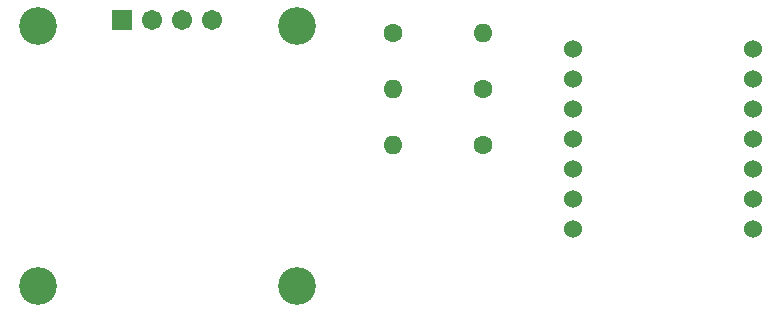
<source format=gbr>
%TF.GenerationSoftware,KiCad,Pcbnew,8.0.7*%
%TF.CreationDate,2025-07-29T16:18:33-04:00*%
%TF.ProjectId,hermes,6865726d-6573-42e6-9b69-6361645f7063,rev?*%
%TF.SameCoordinates,Original*%
%TF.FileFunction,Soldermask,Bot*%
%TF.FilePolarity,Negative*%
%FSLAX46Y46*%
G04 Gerber Fmt 4.6, Leading zero omitted, Abs format (unit mm)*
G04 Created by KiCad (PCBNEW 8.0.7) date 2025-07-29 16:18:33*
%MOMM*%
%LPD*%
G01*
G04 APERTURE LIST*
G04 Aperture macros list*
%AMRoundRect*
0 Rectangle with rounded corners*
0 $1 Rounding radius*
0 $2 $3 $4 $5 $6 $7 $8 $9 X,Y pos of 4 corners*
0 Add a 4 corners polygon primitive as box body*
4,1,4,$2,$3,$4,$5,$6,$7,$8,$9,$2,$3,0*
0 Add four circle primitives for the rounded corners*
1,1,$1+$1,$2,$3*
1,1,$1+$1,$4,$5*
1,1,$1+$1,$6,$7*
1,1,$1+$1,$8,$9*
0 Add four rect primitives between the rounded corners*
20,1,$1+$1,$2,$3,$4,$5,0*
20,1,$1+$1,$4,$5,$6,$7,0*
20,1,$1+$1,$6,$7,$8,$9,0*
20,1,$1+$1,$8,$9,$2,$3,0*%
G04 Aperture macros list end*
%ADD10RoundRect,0.102000X-0.754000X-0.754000X0.754000X-0.754000X0.754000X0.754000X-0.754000X0.754000X0*%
%ADD11C,1.712000*%
%ADD12C,3.204000*%
%ADD13C,1.600000*%
%ADD14O,1.600000X1.600000*%
%ADD15C,1.524000*%
G04 APERTURE END LIST*
D10*
%TO.C,U3*%
X116158750Y-56081250D03*
D11*
X118698750Y-56081250D03*
X121238750Y-56081250D03*
X123778750Y-56081250D03*
D12*
X108968750Y-56581250D03*
X130968750Y-56581250D03*
X130968750Y-78581250D03*
X108968750Y-78581250D03*
%TD*%
D13*
%TO.C,R1*%
X146685000Y-61912500D03*
D14*
X139065000Y-61912500D03*
%TD*%
D13*
%TO.C,R2*%
X139065000Y-57150000D03*
D14*
X146685000Y-57150000D03*
%TD*%
D13*
%TO.C,R3*%
X146685000Y-66675000D03*
D14*
X139065000Y-66675000D03*
%TD*%
D15*
%TO.C,U1*%
X169545000Y-73818750D03*
X169545000Y-71278750D03*
X169545000Y-68738750D03*
X169545000Y-66198750D03*
X169545000Y-63658750D03*
X169545000Y-61118750D03*
X169545000Y-58578750D03*
X154305000Y-58578750D03*
X154305000Y-61118750D03*
X154305000Y-63658750D03*
X154305000Y-66198750D03*
X154305000Y-68738750D03*
X154305000Y-71278750D03*
X154305000Y-73818750D03*
%TD*%
M02*

</source>
